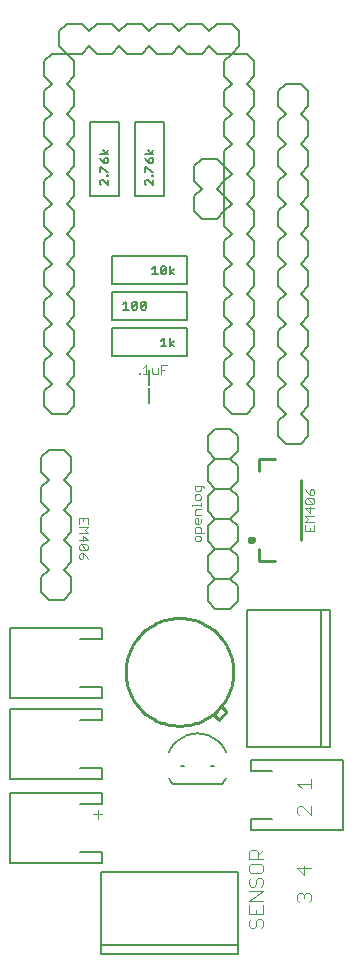
<source format=gto>
G75*
G70*
%OFA0B0*%
%FSLAX24Y24*%
%IPPOS*%
%LPD*%
%AMOC8*
5,1,8,0,0,1.08239X$1,22.5*
%
%ADD10C,0.0040*%
%ADD11C,0.0030*%
%ADD12C,0.0080*%
%ADD13C,0.0050*%
%ADD14C,0.0100*%
%ADD15C,0.0160*%
D10*
X002922Y004808D02*
X003229Y004808D01*
X003076Y004961D02*
X003076Y004654D01*
X008122Y003547D02*
X008122Y003317D01*
X008582Y003317D01*
X008505Y003163D02*
X008582Y003087D01*
X008582Y002933D01*
X008505Y002857D01*
X008199Y002857D01*
X008122Y002933D01*
X008122Y003087D01*
X008199Y003163D01*
X008505Y003163D01*
X008429Y003317D02*
X008429Y003547D01*
X008352Y003624D01*
X008199Y003624D01*
X008122Y003547D01*
X008429Y003470D02*
X008582Y003624D01*
X008505Y002703D02*
X008429Y002703D01*
X008352Y002626D01*
X008352Y002473D01*
X008275Y002396D01*
X008199Y002396D01*
X008122Y002473D01*
X008122Y002626D01*
X008199Y002703D01*
X008122Y002243D02*
X008582Y002243D01*
X008122Y001936D01*
X008582Y001936D01*
X008582Y001782D02*
X008582Y001475D01*
X008122Y001475D01*
X008122Y001782D01*
X008199Y001322D02*
X008122Y001245D01*
X008122Y001092D01*
X008199Y001015D01*
X008275Y001015D01*
X008352Y001092D01*
X008352Y001245D01*
X008429Y001322D01*
X008505Y001322D01*
X008582Y001245D01*
X008582Y001092D01*
X008505Y001015D01*
X008352Y001475D02*
X008352Y001629D01*
X008505Y002396D02*
X008582Y002473D01*
X008582Y002626D01*
X008505Y002703D01*
X009722Y003008D02*
X009952Y002777D01*
X009952Y003084D01*
X010182Y003008D02*
X009722Y003008D01*
X009799Y002184D02*
X009875Y002184D01*
X009952Y002108D01*
X010029Y002184D01*
X010105Y002184D01*
X010182Y002108D01*
X010182Y001954D01*
X010105Y001877D01*
X009952Y002031D02*
X009952Y002108D01*
X009799Y002184D02*
X009722Y002108D01*
X009722Y001954D01*
X009799Y001877D01*
X009799Y004777D02*
X009722Y004854D01*
X009722Y005008D01*
X009799Y005084D01*
X009875Y005084D01*
X010182Y004777D01*
X010182Y005084D01*
X010182Y005677D02*
X010182Y005984D01*
X010182Y005831D02*
X009722Y005831D01*
X009875Y005677D01*
D11*
X009997Y014272D02*
X010287Y014272D01*
X010287Y014466D01*
X010287Y014567D02*
X009997Y014567D01*
X010094Y014664D01*
X009997Y014760D01*
X010287Y014760D01*
X010287Y015007D02*
X009997Y015007D01*
X010142Y014862D01*
X010142Y015055D01*
X010045Y015156D02*
X009997Y015205D01*
X009997Y015301D01*
X010045Y015350D01*
X010239Y015156D01*
X010287Y015205D01*
X010287Y015301D01*
X010239Y015350D01*
X010045Y015350D01*
X010142Y015451D02*
X010142Y015596D01*
X010190Y015644D01*
X010239Y015644D01*
X010287Y015596D01*
X010287Y015499D01*
X010239Y015451D01*
X010142Y015451D01*
X010045Y015548D01*
X009997Y015644D01*
X010045Y015156D02*
X010239Y015156D01*
X009997Y014466D02*
X009997Y014272D01*
X010142Y014272D02*
X010142Y014369D01*
X006604Y014203D02*
X006314Y014203D01*
X006314Y014348D01*
X006362Y014396D01*
X006459Y014396D01*
X006507Y014348D01*
X006507Y014203D01*
X006459Y014101D02*
X006507Y014053D01*
X006507Y013956D01*
X006459Y013908D01*
X006362Y013908D01*
X006314Y013956D01*
X006314Y014053D01*
X006362Y014101D01*
X006459Y014101D01*
X006459Y014497D02*
X006362Y014497D01*
X006314Y014546D01*
X006314Y014642D01*
X006362Y014691D01*
X006410Y014691D01*
X006410Y014497D01*
X006459Y014497D02*
X006507Y014546D01*
X006507Y014642D01*
X006507Y014792D02*
X006314Y014792D01*
X006314Y014937D01*
X006362Y014985D01*
X006507Y014985D01*
X006507Y015087D02*
X006507Y015183D01*
X006507Y015135D02*
X006217Y015135D01*
X006217Y015087D01*
X006362Y015283D02*
X006459Y015283D01*
X006507Y015331D01*
X006507Y015428D01*
X006459Y015477D01*
X006362Y015477D01*
X006314Y015428D01*
X006314Y015331D01*
X006362Y015283D01*
X006362Y015578D02*
X006459Y015578D01*
X006507Y015626D01*
X006507Y015771D01*
X006556Y015771D02*
X006314Y015771D01*
X006314Y015626D01*
X006362Y015578D01*
X006604Y015674D02*
X006604Y015723D01*
X006556Y015771D01*
X005184Y019482D02*
X005184Y019773D01*
X005377Y019773D01*
X005281Y019627D02*
X005184Y019627D01*
X005083Y019676D02*
X005083Y019482D01*
X004938Y019482D01*
X004889Y019531D01*
X004889Y019676D01*
X004788Y019482D02*
X004595Y019482D01*
X004691Y019482D02*
X004691Y019773D01*
X004595Y019676D01*
X004496Y019531D02*
X004496Y019482D01*
X004447Y019482D01*
X004447Y019531D01*
X004496Y019531D01*
X002747Y014692D02*
X002457Y014692D01*
X002457Y014499D01*
X002457Y014398D02*
X002747Y014398D01*
X002651Y014301D01*
X002747Y014204D01*
X002457Y014204D01*
X002602Y014103D02*
X002602Y013910D01*
X002506Y013808D02*
X002699Y013615D01*
X002506Y013615D01*
X002457Y013663D01*
X002457Y013760D01*
X002506Y013808D01*
X002699Y013808D01*
X002747Y013760D01*
X002747Y013663D01*
X002699Y013615D01*
X002602Y013514D02*
X002602Y013369D01*
X002554Y013320D01*
X002506Y013320D01*
X002457Y013369D01*
X002457Y013465D01*
X002506Y013514D01*
X002602Y013514D01*
X002699Y013417D01*
X002747Y013320D01*
X002747Y013958D02*
X002602Y014103D01*
X002457Y013958D02*
X002747Y013958D01*
X002747Y014499D02*
X002747Y014692D01*
X002602Y014692D02*
X002602Y014596D01*
D12*
X000140Y005538D02*
X000140Y003176D01*
X003211Y003176D01*
X003211Y003570D01*
X002502Y003570D01*
X002502Y005145D02*
X003211Y005145D01*
X003211Y005538D01*
X000140Y005538D01*
X000140Y005976D02*
X000140Y008338D01*
X003211Y008338D01*
X003211Y007945D01*
X002502Y007945D01*
X002502Y009070D02*
X003211Y009070D01*
X003211Y008676D01*
X000140Y008676D01*
X000140Y011038D01*
X003211Y011038D01*
X003211Y010645D01*
X002502Y010645D01*
X001942Y011967D02*
X002192Y012217D01*
X002192Y012717D01*
X001942Y012967D01*
X002192Y013217D01*
X002192Y013717D01*
X001942Y013967D01*
X002192Y014217D01*
X002192Y014717D01*
X001942Y014967D01*
X002192Y015217D01*
X002192Y015717D01*
X001942Y015967D01*
X002192Y016217D01*
X002192Y016717D01*
X001942Y016967D01*
X001442Y016967D01*
X001192Y016717D01*
X001192Y016217D01*
X001442Y015967D01*
X001192Y015717D01*
X001192Y015217D01*
X001442Y014967D01*
X001192Y014717D01*
X001192Y014217D01*
X001442Y013967D01*
X001192Y013717D01*
X001192Y013217D01*
X001442Y012967D01*
X001192Y012717D01*
X001192Y012217D01*
X001442Y011967D01*
X001942Y011967D01*
X002502Y006370D02*
X003211Y006370D01*
X003211Y005976D01*
X000140Y005976D01*
X003197Y002896D02*
X003197Y000455D01*
X007764Y000455D01*
X007764Y000140D01*
X003197Y000140D01*
X003197Y000455D01*
X003197Y002896D02*
X007764Y002896D01*
X007764Y000455D01*
X008194Y004276D02*
X008194Y004670D01*
X008902Y004670D01*
X008902Y006245D02*
X008194Y006245D01*
X008194Y006638D01*
X011264Y006638D01*
X011264Y004276D01*
X008194Y004276D01*
X008064Y007052D02*
X010505Y007052D01*
X010505Y011619D01*
X010820Y011619D01*
X010820Y007052D01*
X010505Y007052D01*
X010505Y011619D02*
X008064Y011619D01*
X008064Y007052D01*
X007502Y011657D02*
X007002Y011657D01*
X006752Y011907D01*
X006752Y012407D01*
X007002Y012657D01*
X007502Y012657D01*
X007752Y012407D01*
X007752Y011907D01*
X007502Y011657D01*
X007502Y012657D02*
X007752Y012907D01*
X007752Y013407D01*
X007502Y013657D01*
X007002Y013657D01*
X006752Y013907D01*
X006752Y014407D01*
X007002Y014657D01*
X007502Y014657D01*
X007752Y014407D01*
X007752Y013907D01*
X007502Y013657D01*
X007502Y014657D02*
X007752Y014907D01*
X007752Y015407D01*
X007502Y015657D01*
X007002Y015657D01*
X006752Y015907D01*
X006752Y016407D01*
X007002Y016657D01*
X007502Y016657D01*
X007752Y016407D01*
X007752Y015907D01*
X007502Y015657D01*
X007502Y016657D02*
X007752Y016907D01*
X007752Y017407D01*
X007502Y017657D01*
X007002Y017657D01*
X006752Y017407D01*
X006752Y016907D01*
X007002Y016657D01*
X007002Y015657D02*
X006752Y015407D01*
X006752Y014907D01*
X007002Y014657D01*
X007002Y013657D02*
X006752Y013407D01*
X006752Y012907D01*
X007002Y012657D01*
X007552Y018157D02*
X007302Y018407D01*
X007302Y018907D01*
X007552Y019157D01*
X007302Y019407D01*
X007302Y019907D01*
X007552Y020157D01*
X007302Y020407D01*
X007302Y020907D01*
X007552Y021157D01*
X007302Y021407D01*
X007302Y021907D01*
X007552Y022157D01*
X007302Y022407D01*
X007302Y022907D01*
X007552Y023157D01*
X007302Y023407D01*
X007302Y023907D01*
X007552Y024157D01*
X007302Y024407D01*
X007302Y024907D01*
X007302Y025407D01*
X007052Y025657D01*
X007302Y025907D01*
X007302Y026407D01*
X007052Y026657D01*
X006552Y026657D01*
X006302Y026407D01*
X006302Y025907D01*
X006552Y025657D01*
X006302Y025407D01*
X006302Y024907D01*
X006552Y024657D01*
X007052Y024657D01*
X007302Y024907D01*
X007552Y025157D01*
X007302Y025407D01*
X007302Y025907D01*
X007552Y026157D01*
X007302Y026407D01*
X007302Y026907D01*
X007552Y027157D01*
X007302Y027407D01*
X007302Y027907D01*
X007552Y028157D01*
X007302Y028407D01*
X007302Y028907D01*
X007552Y029157D01*
X007302Y029407D01*
X007302Y029907D01*
X007552Y030157D01*
X007802Y030407D01*
X007802Y030907D01*
X007552Y031157D01*
X007052Y031157D01*
X006802Y030907D01*
X006552Y031157D01*
X006052Y031157D01*
X005802Y030907D01*
X005552Y031157D01*
X005052Y031157D01*
X004802Y030907D01*
X004552Y031157D01*
X004052Y031157D01*
X003802Y030907D01*
X003552Y031157D01*
X003052Y031157D01*
X002802Y030907D01*
X002552Y031157D01*
X002052Y031157D01*
X001802Y030907D01*
X001802Y030407D01*
X002052Y030157D01*
X002552Y030157D01*
X002802Y030407D01*
X003052Y030157D01*
X003552Y030157D01*
X003802Y030407D01*
X004052Y030157D01*
X004552Y030157D01*
X004802Y030407D01*
X005052Y030157D01*
X005552Y030157D01*
X005802Y030407D01*
X006052Y030157D01*
X006552Y030157D01*
X006802Y030407D01*
X007052Y030157D01*
X007552Y030157D01*
X008052Y030157D01*
X008302Y029907D01*
X008302Y029407D01*
X008052Y029157D01*
X008302Y028907D01*
X008302Y028407D01*
X008052Y028157D01*
X008302Y027907D01*
X008302Y027407D01*
X008052Y027157D01*
X008302Y026907D01*
X008302Y026407D01*
X008052Y026157D01*
X008302Y025907D01*
X008302Y025407D01*
X008052Y025157D01*
X008302Y024907D01*
X008302Y024407D01*
X008052Y024157D01*
X008302Y023907D01*
X008302Y023407D01*
X008052Y023157D01*
X008302Y022907D01*
X008302Y022407D01*
X008052Y022157D01*
X008302Y021907D01*
X008302Y021407D01*
X008052Y021157D01*
X008302Y020907D01*
X008302Y020407D01*
X008052Y020157D01*
X008302Y019907D01*
X008302Y019407D01*
X008052Y019157D01*
X008302Y018907D01*
X008302Y018407D01*
X008052Y018157D01*
X007552Y018157D01*
X009102Y017907D02*
X009102Y017407D01*
X009352Y017157D01*
X009852Y017157D01*
X010102Y017407D01*
X010102Y017907D01*
X009852Y018157D01*
X010102Y018407D01*
X010102Y018907D01*
X009852Y019157D01*
X010102Y019407D01*
X010102Y019907D01*
X009852Y020157D01*
X010102Y020407D01*
X010102Y020907D01*
X009852Y021157D01*
X010102Y021407D01*
X010102Y021907D01*
X009852Y022157D01*
X010102Y022407D01*
X010102Y022907D01*
X009852Y023157D01*
X010102Y023407D01*
X010102Y023907D01*
X009852Y024157D01*
X010102Y024407D01*
X010102Y024907D01*
X009852Y025157D01*
X010102Y025407D01*
X010102Y025907D01*
X009852Y026157D01*
X010102Y026407D01*
X010102Y026907D01*
X009852Y027157D01*
X010102Y027407D01*
X010102Y027907D01*
X009852Y028157D01*
X010102Y028407D01*
X010102Y028907D01*
X009852Y029157D01*
X009352Y029157D01*
X009102Y028907D01*
X009102Y028407D01*
X009352Y028157D01*
X009102Y027907D01*
X009102Y027407D01*
X009352Y027157D01*
X009102Y026907D01*
X009102Y026407D01*
X009352Y026157D01*
X009102Y025907D01*
X009102Y025407D01*
X009352Y025157D01*
X009102Y024907D01*
X009102Y024407D01*
X009352Y024157D01*
X009102Y023907D01*
X009102Y023407D01*
X009352Y023157D01*
X009102Y022907D01*
X009102Y022407D01*
X009352Y022157D01*
X009102Y021907D01*
X009102Y021407D01*
X009352Y021157D01*
X009102Y020907D01*
X009102Y020407D01*
X009352Y020157D01*
X009102Y019907D01*
X009102Y019407D01*
X009352Y019157D01*
X009102Y018907D01*
X009102Y018407D01*
X009352Y018157D01*
X009102Y017907D01*
X006042Y020085D02*
X003562Y020085D01*
X003562Y021030D01*
X006042Y021030D01*
X006042Y020085D01*
X006042Y021285D02*
X003562Y021285D01*
X003562Y022230D01*
X006042Y022230D01*
X006042Y021285D01*
X006042Y022485D02*
X003562Y022485D01*
X003562Y023430D01*
X006042Y023430D01*
X006042Y022485D01*
X005275Y025417D02*
X005275Y027897D01*
X004330Y027897D01*
X004330Y025417D01*
X005275Y025417D01*
X003775Y025417D02*
X003775Y027897D01*
X002830Y027897D01*
X002830Y025417D01*
X003775Y025417D01*
X002302Y025407D02*
X002302Y025907D01*
X002052Y026157D01*
X002302Y026407D01*
X002302Y026907D01*
X002052Y027157D01*
X002302Y027407D01*
X002302Y027907D01*
X002052Y028157D01*
X002302Y028407D01*
X002302Y028907D01*
X002052Y029157D01*
X002302Y029407D01*
X002302Y029907D01*
X002052Y030157D01*
X001552Y030157D01*
X001302Y029907D01*
X001302Y029407D01*
X001552Y029157D01*
X001302Y028907D01*
X001302Y028407D01*
X001552Y028157D01*
X001302Y027907D01*
X001302Y027407D01*
X001552Y027157D01*
X001302Y026907D01*
X001302Y026407D01*
X001552Y026157D01*
X001302Y025907D01*
X001302Y025407D01*
X001552Y025157D01*
X001302Y024907D01*
X001302Y024407D01*
X001552Y024157D01*
X001302Y023907D01*
X001302Y023407D01*
X001552Y023157D01*
X001302Y022907D01*
X001302Y022407D01*
X001552Y022157D01*
X001302Y021907D01*
X001302Y021407D01*
X001552Y021157D01*
X001302Y020907D01*
X001302Y020407D01*
X001552Y020157D01*
X001302Y019907D01*
X001302Y019407D01*
X001552Y019157D01*
X001302Y018907D01*
X001302Y018407D01*
X001552Y018157D01*
X002052Y018157D01*
X002302Y018407D01*
X002302Y018907D01*
X002052Y019157D01*
X002302Y019407D01*
X002302Y019907D01*
X002052Y020157D01*
X002302Y020407D01*
X002302Y020907D01*
X002052Y021157D01*
X002302Y021407D01*
X002302Y021907D01*
X002052Y022157D01*
X002302Y022407D01*
X002302Y022907D01*
X002052Y023157D01*
X002302Y023407D01*
X002302Y023907D01*
X002052Y024157D01*
X002302Y024407D01*
X002302Y024907D01*
X002052Y025157D01*
X002302Y025407D01*
X004802Y019607D02*
X004802Y019107D01*
X004802Y019007D02*
X004802Y018507D01*
D13*
X005187Y020412D02*
X005367Y020412D01*
X005277Y020412D02*
X005277Y020683D01*
X005187Y020592D01*
X005482Y020502D02*
X005617Y020592D01*
X005482Y020502D02*
X005617Y020412D01*
X005482Y020412D02*
X005482Y020683D01*
X004652Y021632D02*
X004697Y021677D01*
X004697Y021858D01*
X004517Y021677D01*
X004562Y021632D01*
X004652Y021632D01*
X004517Y021677D02*
X004517Y021858D01*
X004562Y021903D01*
X004652Y021903D01*
X004697Y021858D01*
X004402Y021858D02*
X004402Y021677D01*
X004357Y021632D01*
X004267Y021632D01*
X004222Y021677D01*
X004402Y021858D01*
X004357Y021903D01*
X004267Y021903D01*
X004222Y021858D01*
X004222Y021677D01*
X004107Y021632D02*
X003927Y021632D01*
X004017Y021632D02*
X004017Y021903D01*
X003927Y021812D01*
X004892Y022812D02*
X005073Y022812D01*
X004982Y022812D02*
X004982Y023083D01*
X004892Y022992D01*
X005187Y023038D02*
X005232Y023083D01*
X005322Y023083D01*
X005367Y023038D01*
X005187Y022857D01*
X005232Y022812D01*
X005322Y022812D01*
X005367Y022857D01*
X005367Y023038D01*
X005482Y023083D02*
X005482Y022812D01*
X005482Y022902D02*
X005617Y022992D01*
X005482Y022902D02*
X005617Y022812D01*
X005187Y022857D02*
X005187Y023038D01*
X004927Y025782D02*
X004747Y025962D01*
X004702Y025962D01*
X004657Y025917D01*
X004657Y025827D01*
X004702Y025782D01*
X004882Y026077D02*
X004882Y026122D01*
X004927Y026122D01*
X004927Y026077D01*
X004882Y026077D01*
X004927Y025962D02*
X004927Y025782D01*
X004927Y026224D02*
X004882Y026224D01*
X004702Y026404D01*
X004657Y026404D01*
X004657Y026224D01*
X004792Y026519D02*
X004702Y026609D01*
X004657Y026699D01*
X004657Y026814D02*
X004927Y026814D01*
X004837Y026814D02*
X004927Y026949D01*
X004837Y026814D02*
X004747Y026949D01*
X004837Y026699D02*
X004792Y026654D01*
X004792Y026519D01*
X004882Y026519D01*
X004927Y026564D01*
X004927Y026654D01*
X004882Y026699D01*
X004837Y026699D01*
X003427Y026654D02*
X003382Y026699D01*
X003337Y026699D01*
X003292Y026654D01*
X003292Y026519D01*
X003382Y026519D01*
X003427Y026564D01*
X003427Y026654D01*
X003427Y026814D02*
X003157Y026814D01*
X003157Y026699D02*
X003202Y026609D01*
X003292Y026519D01*
X003202Y026404D02*
X003382Y026224D01*
X003427Y026224D01*
X003427Y026122D02*
X003427Y026077D01*
X003382Y026077D01*
X003382Y026122D01*
X003427Y026122D01*
X003427Y025962D02*
X003427Y025782D01*
X003247Y025962D01*
X003202Y025962D01*
X003157Y025917D01*
X003157Y025827D01*
X003202Y025782D01*
X003157Y026224D02*
X003157Y026404D01*
X003202Y026404D01*
X003337Y026814D02*
X003247Y026949D01*
X003337Y026814D02*
X003427Y026949D01*
X005849Y006407D02*
X005955Y006407D01*
X005452Y006010D02*
X005479Y005956D01*
X005509Y005905D01*
X005542Y005855D01*
X005577Y005807D01*
X007227Y005807D01*
X006955Y006407D02*
X006849Y006407D01*
X007356Y006019D02*
X007329Y005963D01*
X007298Y005909D01*
X007264Y005857D01*
X007227Y005807D01*
X007352Y006904D02*
X007323Y006961D01*
X007290Y007017D01*
X007255Y007070D01*
X007215Y007121D01*
X007173Y007169D01*
X007128Y007215D01*
X007081Y007258D01*
X007031Y007298D01*
X006978Y007335D01*
X006923Y007368D01*
X006867Y007399D01*
X006808Y007425D01*
X006748Y007448D01*
X006687Y007468D01*
X006625Y007483D01*
X006562Y007495D01*
X006498Y007503D01*
X006434Y007507D01*
X006370Y007507D01*
X006306Y007503D01*
X006242Y007495D01*
X006179Y007483D01*
X006117Y007468D01*
X006056Y007448D01*
X005996Y007425D01*
X005937Y007399D01*
X005881Y007368D01*
X005826Y007335D01*
X005773Y007298D01*
X005723Y007258D01*
X005676Y007215D01*
X005631Y007169D01*
X005589Y007121D01*
X005549Y007070D01*
X005514Y007017D01*
X005481Y006961D01*
X005452Y006904D01*
D14*
X004009Y009557D02*
X004011Y009645D01*
X004018Y009733D01*
X004028Y009820D01*
X004043Y009907D01*
X004063Y009993D01*
X004086Y010077D01*
X004114Y010161D01*
X004145Y010243D01*
X004181Y010324D01*
X004221Y010402D01*
X004264Y010479D01*
X004311Y010553D01*
X004362Y010625D01*
X004416Y010694D01*
X004473Y010761D01*
X004534Y010825D01*
X004598Y010886D01*
X004665Y010943D01*
X004734Y010997D01*
X004806Y011048D01*
X004880Y011095D01*
X004957Y011138D01*
X005035Y011178D01*
X005116Y011214D01*
X005198Y011245D01*
X005282Y011273D01*
X005366Y011296D01*
X005452Y011316D01*
X005539Y011331D01*
X005626Y011341D01*
X005714Y011348D01*
X005802Y011350D01*
X005890Y011348D01*
X005978Y011341D01*
X006065Y011331D01*
X006152Y011316D01*
X006238Y011296D01*
X006322Y011273D01*
X006406Y011245D01*
X006488Y011214D01*
X006569Y011178D01*
X006647Y011138D01*
X006724Y011095D01*
X006798Y011048D01*
X006870Y010997D01*
X006939Y010943D01*
X007006Y010886D01*
X007070Y010825D01*
X007131Y010761D01*
X007188Y010694D01*
X007242Y010625D01*
X007293Y010553D01*
X007340Y010479D01*
X007383Y010402D01*
X007423Y010324D01*
X007459Y010243D01*
X007490Y010161D01*
X007518Y010077D01*
X007541Y009993D01*
X007561Y009907D01*
X007576Y009820D01*
X007586Y009733D01*
X007593Y009645D01*
X007595Y009557D01*
X007593Y009469D01*
X007586Y009381D01*
X007576Y009294D01*
X007561Y009207D01*
X007541Y009121D01*
X007518Y009037D01*
X007490Y008953D01*
X007459Y008871D01*
X007423Y008790D01*
X007383Y008712D01*
X007340Y008635D01*
X007293Y008561D01*
X007242Y008489D01*
X007188Y008420D01*
X007131Y008353D01*
X007070Y008289D01*
X007006Y008228D01*
X006939Y008171D01*
X006870Y008117D01*
X006798Y008066D01*
X006724Y008019D01*
X006647Y007976D01*
X006569Y007936D01*
X006488Y007900D01*
X006406Y007869D01*
X006322Y007841D01*
X006238Y007818D01*
X006152Y007798D01*
X006065Y007783D01*
X005978Y007773D01*
X005890Y007766D01*
X005802Y007764D01*
X005714Y007766D01*
X005626Y007773D01*
X005539Y007783D01*
X005452Y007798D01*
X005366Y007818D01*
X005282Y007841D01*
X005198Y007869D01*
X005116Y007900D01*
X005035Y007936D01*
X004957Y007976D01*
X004880Y008019D01*
X004806Y008066D01*
X004734Y008117D01*
X004665Y008171D01*
X004598Y008228D01*
X004534Y008289D01*
X004473Y008353D01*
X004416Y008420D01*
X004362Y008489D01*
X004311Y008561D01*
X004264Y008635D01*
X004221Y008712D01*
X004181Y008790D01*
X004145Y008871D01*
X004114Y008953D01*
X004086Y009037D01*
X004063Y009121D01*
X004043Y009207D01*
X004028Y009294D01*
X004018Y009381D01*
X004011Y009469D01*
X004009Y009557D01*
X006924Y008146D02*
X007091Y007979D01*
X007105Y007965D02*
X007369Y008229D01*
X007355Y008243D02*
X007188Y008410D01*
X008452Y013257D02*
X008452Y013657D01*
X008452Y013257D02*
X009002Y013257D01*
X009852Y013957D02*
X009852Y015957D01*
X009002Y016657D02*
X008452Y016657D01*
X008452Y016257D01*
D15*
X008161Y013957D02*
X008163Y013969D01*
X008168Y013980D01*
X008176Y013989D01*
X008187Y013995D01*
X008199Y013998D01*
X008211Y013997D01*
X008223Y013993D01*
X008232Y013985D01*
X008239Y013975D01*
X008243Y013963D01*
X008243Y013951D01*
X008239Y013939D01*
X008232Y013929D01*
X008222Y013921D01*
X008211Y013917D01*
X008199Y013916D01*
X008187Y013919D01*
X008176Y013925D01*
X008168Y013934D01*
X008163Y013945D01*
X008161Y013957D01*
M02*

</source>
